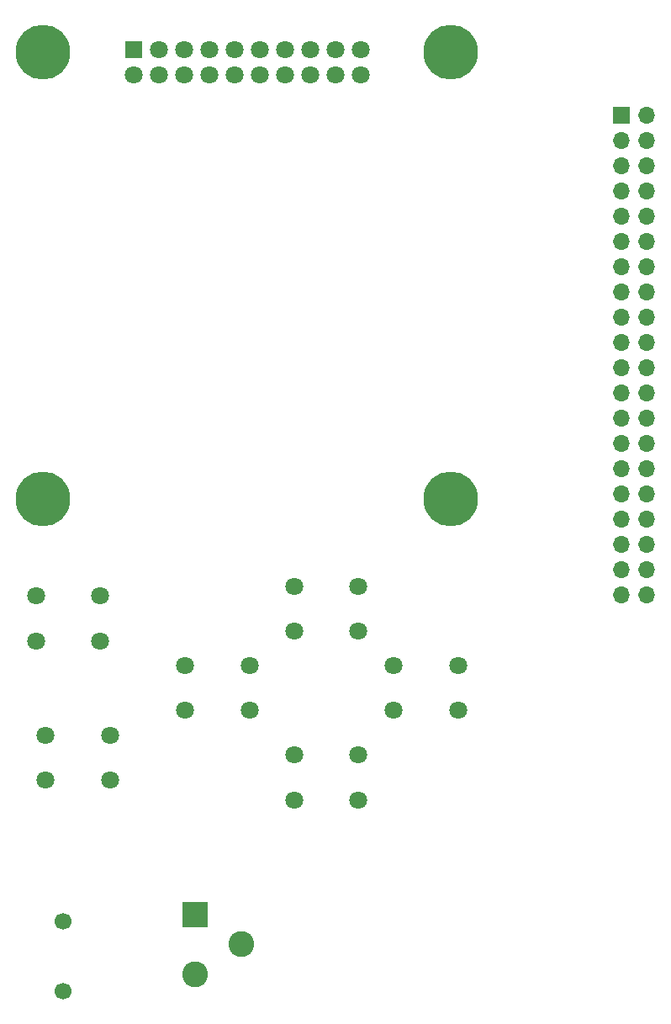
<source format=gbr>
%TF.GenerationSoftware,KiCad,Pcbnew,6.0.2+dfsg-1*%
%TF.CreationDate,2025-01-19T18:01:40+11:00*%
%TF.ProjectId,OLED_DEV_BOARD,4f4c4544-5f44-4455-965f-424f4152442e,rev?*%
%TF.SameCoordinates,Original*%
%TF.FileFunction,Soldermask,Bot*%
%TF.FilePolarity,Negative*%
%FSLAX46Y46*%
G04 Gerber Fmt 4.6, Leading zero omitted, Abs format (unit mm)*
G04 Created by KiCad (PCBNEW 6.0.2+dfsg-1) date 2025-01-19 18:01:40*
%MOMM*%
%LPD*%
G01*
G04 APERTURE LIST*
%ADD10C,1.800000*%
%ADD11C,1.700000*%
%ADD12R,2.600000X2.600000*%
%ADD13C,2.600000*%
%ADD14R,1.700000X1.700000*%
%ADD15O,1.700000X1.700000*%
%ADD16C,5.500000*%
%ADD17R,1.800000X1.800000*%
G04 APERTURE END LIST*
D10*
%TO.C,SW7*%
X156750000Y-101750000D03*
X163250000Y-101750000D03*
X156750000Y-106250000D03*
X163250000Y-106250000D03*
%TD*%
%TO.C,SW6*%
X146750000Y-110750000D03*
X153250000Y-110750000D03*
X146750000Y-115250000D03*
X153250000Y-115250000D03*
%TD*%
%TO.C,SW5*%
X146750000Y-93750000D03*
X153250000Y-93750000D03*
X146750000Y-98250000D03*
X153250000Y-98250000D03*
%TD*%
%TO.C,SW4*%
X135750000Y-101750000D03*
X142250000Y-101750000D03*
X135750000Y-106250000D03*
X142250000Y-106250000D03*
%TD*%
%TO.C,SW3*%
X121750000Y-108750000D03*
X128250000Y-108750000D03*
X121750000Y-113250000D03*
X128250000Y-113250000D03*
%TD*%
%TO.C,SW2*%
X120750000Y-94750000D03*
X127250000Y-94750000D03*
X120750000Y-99250000D03*
X127250000Y-99250000D03*
%TD*%
D11*
%TO.C,J3*%
X123500000Y-127500000D03*
X123500000Y-134500000D03*
%TD*%
D12*
%TO.C,J1*%
X136750000Y-126800000D03*
D13*
X136750000Y-132800000D03*
X141450000Y-129800000D03*
%TD*%
D14*
%TO.C,J4*%
X179725000Y-46375000D03*
D15*
X182265000Y-46375000D03*
X179725000Y-48915000D03*
X182265000Y-48915000D03*
X179725000Y-51455000D03*
X182265000Y-51455000D03*
X179725000Y-53995000D03*
X182265000Y-53995000D03*
X179725000Y-56535000D03*
X182265000Y-56535000D03*
X179725000Y-59075000D03*
X182265000Y-59075000D03*
X179725000Y-61615000D03*
X182265000Y-61615000D03*
X179725000Y-64155000D03*
X182265000Y-64155000D03*
X179725000Y-66695000D03*
X182265000Y-66695000D03*
X179725000Y-69235000D03*
X182265000Y-69235000D03*
X179725000Y-71775000D03*
X182265000Y-71775000D03*
X179725000Y-74315000D03*
X182265000Y-74315000D03*
X179725000Y-76855000D03*
X182265000Y-76855000D03*
X179725000Y-79395000D03*
X182265000Y-79395000D03*
X179725000Y-81935000D03*
X182265000Y-81935000D03*
X179725000Y-84475000D03*
X182265000Y-84475000D03*
X179725000Y-87015000D03*
X182265000Y-87015000D03*
X179725000Y-89555000D03*
X182265000Y-89555000D03*
X179725000Y-92095000D03*
X182265000Y-92095000D03*
X179725000Y-94635000D03*
X182265000Y-94635000D03*
%TD*%
D16*
%TO.C,J2*%
X121500000Y-39980000D03*
X162500000Y-39980000D03*
X121500000Y-85000000D03*
X162500000Y-85000000D03*
D17*
X130570000Y-39730000D03*
D10*
X130570000Y-42270000D03*
X133110000Y-39730000D03*
X133110000Y-42270000D03*
X135650000Y-39730000D03*
X135650000Y-42270000D03*
X138190000Y-39730000D03*
X138190000Y-42270000D03*
X140730000Y-39730000D03*
X140730000Y-42270000D03*
X143270000Y-39730000D03*
X143270000Y-42270000D03*
X145810000Y-39730000D03*
X145810000Y-42270000D03*
X148350000Y-39730000D03*
X148350000Y-42270000D03*
X150890000Y-39730000D03*
X150890000Y-42270000D03*
X153430000Y-39730000D03*
X153430000Y-42270000D03*
%TD*%
M02*

</source>
